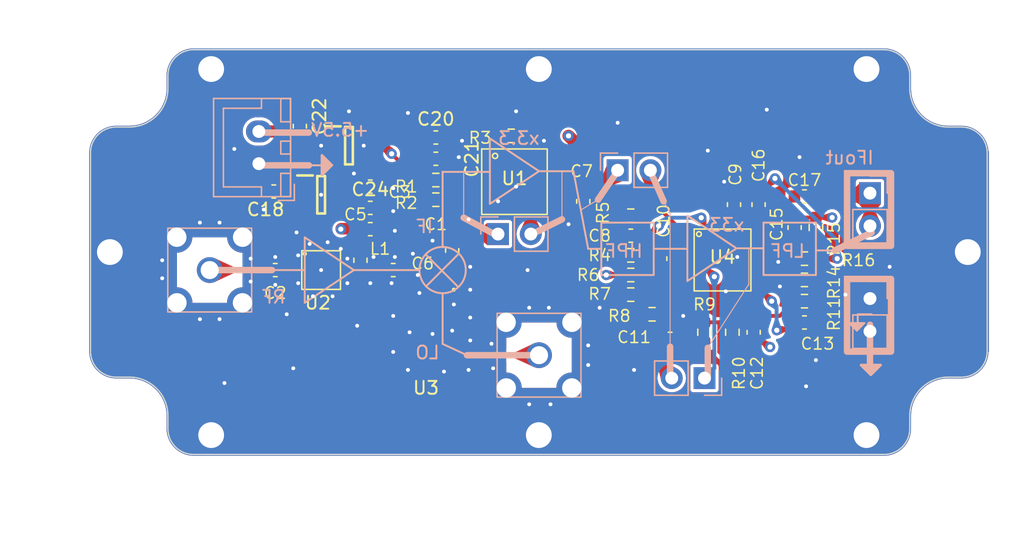
<source format=kicad_pcb>
(kicad_pcb (version 20221018) (generator pcbnew)
  (layers (0 "F.Cu" signal) (1 "In1.Cu" signal) (2 "In2.Cu" signal) (31 "B.Cu" signal) (34 "B.Paste" user) (35 "F.Paste" user) (36 "B.SilkS" user "B.Silkscreen") (37 "F.SilkS" user "F.Silkscreen") (38 "B.Mask" user) (39 "F.Mask" user) (44 "Edge.Cuts" user))
  (net 0 "")
  (net 1 "/RX_singleChannel/IF")
  (net 2 "GND")
  (net 3 "Net-(J1-Pin_1)")
  (net 4 "Net-(J1-Pin_2)")
  (net 5 "Net-(C7-Pad2)")
  (net 6 "Net-(J2-Pin_2)")
  (net 7 "Net-(J3-Pin_1)")
  (net 8 "Net-(J3-Pin_2)")
  (net 9 "Net-(C2-Pad1)")
  (net 10 "Net-(U2-RFin)")
  (net 11 "Net-(C12-Pad1)")
  (net 12 "Net-(C13-Pad1)")
  (net 13 "+5V")
  (net 14 "Net-(R7-Pad1)")
  (net 15 "Net-(J6-Pin_1)")
  (net 16 "Net-(U2-RFout&DCin)")
  (net 17 "Net-(U3-RF)")
  (net 18 "Net-(U4A-in+)")
  (net 19 "Net-(C11-Pad2)")
  (net 20 "+2.5V")
  (net 21 "Net-(U4C-Out)")
  (net 22 "Net-(C15-Pad1)")
  (net 23 "Net-(C16-Pad1)")
  (net 24 "Net-(U4D-Out)")
  (net 25 "Vin")
  (net 28 "Net-(U1-in-)")
  (net 29 "Net-(U3-LO)")
  (footprint "Music_Lab:DC_SOT95P280X145-5N" (layer "F.Cu") (at 135.509 56.388)
    (fp_text reference "IC1" hide)
    (fp_text value "TPS7A2025PDBVR" hide)
  )
  (footprint "Capacitor_SMD:C_0603_1608Metric_revised" (layer "F.Cu") (at 160.401 71.374)
    (fp_text reference "C11")
    (fp_text value "1u" hide)
  )
  (footprint "Capacitor_SMD:C_0603_1608Metric_revised" (layer "F.Cu") (at 138.938 66.04)
    (fp_text reference "C6")
    (fp_text value "22 uF" hide)
  )
  (footprint "Music_Lab:DC_SOT95P280X145-5N" (layer "F.Cu") (at 133.35 60.198)
    (fp_text reference "IC2" hide)
    (fp_text value "TPS7A2050PDBVR" hide)
  )
  (footprint "Resistor_SMD:R_0603_1608Metric_revised" (layer "F.Cu") (at 170.815 66.802)
    (fp_text reference "R14")
    (fp_text value "2.2k" hide)
  )
  (footprint "Resistor_SMD:R_0603_1608Metric_revised" (layer "F.Cu") (at 157.353 66.421 180)
    (fp_text reference "R6")
    (fp_text value "1k" hide)
  )
  (footprint "Capacitor_SMD:C_0603_1608Metric_revised" (layer "F.Cu") (at 137.16 61.214)
    (fp_text reference "C24")
    (fp_text value "1uf")
  )
  (footprint "Resistor_SMD:R_0603_1608Metric_revised" (layer "F.Cu") (at 171.704 62.738 90)
    (fp_text reference "R15")
    (fp_text value "100k" hide)
  )
  (footprint "Capacitor_SMD:C_0603_1608Metric_revised" (layer "F.Cu") (at 170.815 70.104 180)
    (fp_text reference "C13")
    (fp_text value "120p" hide)
  )
  (footprint "Capacitor_SMD:C_0603_1608Metric_revised" (layer "F.Cu") (at 142.24 57.404)
    (fp_text reference "C21")
    (fp_text value "4.7uF")
  )
  (footprint "Capacitor_SMD:C_0603_1608Metric_revised" (layer "F.Cu") (at 143.51 64.516 90)
    (fp_text reference "C1")
    (fp_text value "1u" hide)
  )
  (footprint "Capacitor_SMD:C_0603_1608Metric_revised" (layer "F.Cu") (at 165.354 60.96 90)
    (fp_text reference "C9")
    (fp_text value "2.2u" hide)
  )
  (footprint "Capacitor_SMD:C_0603_1608Metric_revised" (layer "F.Cu") (at 166.878 70.866 -90)
    (fp_text reference "C12")
    (fp_text value "100p" hide)
  )
  (footprint "Capacitor_SMD:C_0603_1608Metric_revised" (layer "F.Cu") (at 153.67 60.706 -90)
    (fp_text reference "C7")
    (fp_text value "200p" hide)
  )
  (footprint "Music_Lab:TL974IPWR" (layer "F.Cu") (at 164.465 65.532)
    (fp_text reference "U4")
    (fp_text value "~")
  )
  (footprint "Resistor_SMD:R_0603_1608Metric_revised" (layer "F.Cu") (at 170.815 65.151 180)
    (fp_text reference "R16")
    (fp_text value "3.9k" hide)
  )
  (footprint "Capacitor_SMD:C_0603_1608Metric_revised" (layer "F.Cu") (at 137.16 62.865)
    (fp_text reference "C5")
    (fp_text value "1 nF" hide)
  )
  (footprint "Resistor_SMD:R_0603_1608Metric_revised" (layer "F.Cu") (at 157.353 61.8236)
    (fp_text reference "R5")
    (fp_text value "7.5k" hide)
  )
  (footprint "Resistor_SMD:R_0603_1608Metric_revised" (layer "F.Cu") (at 148.082 55.626)
    (fp_text reference "R3")
    (fp_text value "3.3k" hide)
  )
  (footprint "Music_Lab:PMA3-63GLN+" (layer "F.Cu") (at 133.35 66.04)
    (fp_text reference "U2")
    (fp_text value "PMA-63GLN+")
  )
  (footprint "Capacitor_SMD:C_0603_1608Metric_revised" (layer "F.Cu") (at 129.68 59.944 180)
    (fp_text reference "C18")
    (fp_text value "1uf")
  )
  (footprint "Capacitor_SMD:C_0603_1608Metric_revised" (layer "F.Cu") (at 157.353 63.373)
    (fp_text reference "C8")
    (fp_text value "110p" hide)
  )
  (footprint "Resistor_SMD:R_0603_1608Metric_revised" (layer "F.Cu") (at 165.227 70.866 -90)
    (fp_text reference "R10")
    (fp_text value "100k" hide)
  )
  (footprint "Capacitor_SMD:C_0603_1608Metric_revised" (layer "F.Cu") (at 167.259 60.96 -90)
    (fp_text reference "C16")
    (fp_text value "750p" hide)
  )
  (footprint "Capacitor_SMD:C_0603_1608Metric_revised" (layer "F.Cu") (at 129.794 66.04)
    (fp_text reference "C2")
    (fp_text value "22 uF" hide)
  )
  (footprint "Resistor_SMD:R_0603_1608Metric_revised" (layer "F.Cu") (at 157.353 67.945 180)
    (fp_text reference "R7")
    (fp_text value "1k" hide)
  )
  (footprint "Resistor_SMD:R_0603_1608Metric_revised" (layer "F.Cu") (at 142.24 60.579 180)
    (fp_text reference "R2")
    (fp_text value "1k" hide)
  )
  (footprint "Capacitor_SMD:C_0603_1608Metric_revised" (layer "F.Cu") (at 142.24 55.753)
    (fp_text reference "C20")
    (fp_text value "1uf")
  )
  (footprint "Capacitor_SMD:C_0603_1608Metric_revised" (layer "F.Cu") (at 159.639 65.151 -90)
    (fp_text reference "C10")
    (fp_text value "1u" hide)
  )
  (footprint "Resistor_SMD:R_0603_1608Metric_revised" (layer "F.Cu") (at 170.815 68.453 180)
    (fp_text reference "R11")
    (fp_text value "8.2k" hide)
  )
  (footprint "Resistor_SMD:R_0603_1608Metric_revised" (layer "F.Cu") (at 163.068 70.866 90)
    (fp_text reference "R9")
    (fp_text value "6.2k" hide)
  )
  (footprint "Music_Lab:OPA1611-SOIC8" (layer "F.Cu") (at 150.261 57.277)
    (fp_text reference "U1")
    (fp_text value "OPA1611_SOIC8")
  )
  (footprint "Inductor_SMD:L_0603_1608Metric_revised" (layer "F.Cu") (at 136.398 65.278 -90)
    (fp_text reference "L1")
    (fp_text value "15 nH" hide)
  )
  (footprint "Music_Lab:SIM73L" (layer "F.Cu") (at 141.732 70.612 180)
    (fp_text reference "U3")
    (fp_text value "~" hide)
  )
  (footprint "Resistor_SMD:R_0603_1608Metric_revised" (layer "F.Cu") (at 142.24 59.055 180)
    (fp_text reference "R1")
    (fp_text value "1k" hide)
  )
  (footprint "Capacitor_SMD:C_0603_1608Metric_revised" (layer "F.Cu") (at 131.699 54.877 90)
    (fp_text reference "C22")
    (fp_text value "1uf")
  )
  (footprint "Music_Lab:Outline_5x2_cavity_20230711" (layer "F.Cu") (at 151.714305 66.630913)
    (fp_text reference "outline1" hide)
    (fp_text value "~" hide)
    (fp_poly (pts (arc (start -36.238879 5.712087) (mid -35.653093 7.126302) (end -34.238879 7.712087)) (arc (start -33.238879 7.712087) (mid -31.117559 8.590768) (end -30.238879 10.712087)) (arc (start -30.238879 11.712087) (mid -29.653093 13.126302) (end -28.238879 13.712087)) (arc (start 25.261121 13.712087) (mid 26.675317 13.126259) (end 27.261121 11.712087)) (arc (start 27.261121 10.712087) (mid 28.139783 8.590725) (end 30.261121 7.712087)) (arc (start 31.261121 7.712087) (mid 32.675317 7.126259) (end 33.261121 5.712087)) (arc (start 33.261121 -9.687913) (mid 32.675342 -11.102137) (end 31.261121 -11.687913)) (arc (start 30.261121 -11.687913) (mid 28.139803 -12.566595) (end 27.261121 -14.687913)) (arc (start 27.261121 -15.687913) (mid 26.675342 -17.102137) (end 25.261121 -17.687913)) (arc (start -28.238879 -17.687913) (mid -29.65311 -17.102168) (end -30.238879 -15.687913)) (arc (start -30.238879 -14.687913) (mid -31.11756 -12.566594) (end -33.238879 -11.687913)) (arc (start -34.238879 -11.687913) (mid -35.65311 -11.102168) (end -36.238879 -9.687913))) (stroke (width 0.1)) (fill none) (layer "Edge.Cuts"))
  )
  (footprint "Capacitor_SMD:C_0603_1608Metric_revised" (layer "F.Cu") (at 137.16 59.563)
    (fp_text reference "C3")
    (fp_text value "4.7 uF" hide)
  )
  (footprint "Capacitor_SMD:C_0603_1608Metric_revised" (layer "F.Cu") (at 170.053 62.738 90)
    (fp_text reference "C15")
    (fp_text value "100p" hide)
  )
  (footprint "Resistor_SMD:R_0603_1608Metric_revised" (layer "F.Cu") (at 159.004 69.469)
    (fp_text reference "R8")
    (fp_text value "33k" hide)
  )
  (footprint "Capacitor_SMD:C_0603_1608Metric_revised" (layer "F.Cu") (at 170.815 60.325)
    (fp_text reference "C17")
    (fp_text value "1u" hide)
  )
  (footprint "Resistor_SMD:R_0603_1608Metric_revised" (layer "F.Cu") (at 157.353 64.897)
    (fp_text reference "R4")
    (fp_text value "16k" hide)
  )
  (footprint "Connector_JST:JST_XH_B2B-XH-A_1x02_P2.50mm_Vertical" (layer "B.Cu") (at 128.524 57.785 90)
    (fp_text reference "J4" hide)
    (fp_text value "Conn_01x02_Pin")
  )
  (footprint "Connector_PinHeader_2.54mm:PinHeader_1x02_P2.54mm_Vertical" (layer "B.Cu") (at 175.895 60.071 180)
    (fp_text reference "J6" hide)
    (fp_text value "Conn_01x02_Pin")
  )
  (footprint "Music_Lab:SMA_KHD" (layer "B.Cu") (at 124.714 66.04 180)
    (fp_text reference "SMA1" hide)
    (fp_text value "~" hide)
  )
  (footprint "Music_Lab:SMA_KHD" (layer "B.Cu") (at 150.241 72.644 180)
    (fp_text reference "SMA2" hide)
    (fp_text value "~" hide)
  )
  (footprint "Connector_PinHeader_2.54mm:PinHeader_1x02_P2.54mm_Vertical" (layer "B.Cu") (at 156.332 58.293 -90)
    (fp_text reference "J2" hide)
    (fp_text value "Conn_01x02" hide)
  )
  (footprint "Connector_PinHeader_2.54mm:PinHeader_1x02_P2.54mm_Vertical" (layer "B.Cu") (at 163.068 74.422 90)
    (fp_text reference "J3" hide)
    (fp_text value "Conn_01x02" hide)
  )
  (footprint "Connector_PinHeader_2.54mm:PinHeader_1x02_P2.54mm_Vertical" (layer "B.Cu") (at 175.895 68.2498 180)
    (fp_text reference "J7" hide)
    (fp_text value "Conn_01x02_Pin")
  )
  (footprint "Connector_PinHeader_2.54mm:PinHeader_1x02_P2.54mm_Vertical" (layer "B.Cu") (at 147.061 63.246 -90)
    (fp_text reference "J1" hide)
    (fp_text value "Conn_01x02" hide)
  )
  (gr_rect (start 167.64 62.357) (end 171.704 66.421) (stroke (width 0.15)) (fill none) (layer "B.SilkS"))
  (gr_poly (pts (xy 161.739385 61.809923) (xy 161.739385 66.889923) (xy 165.549385 64.349923)) (stroke (width 0.15)) (fill none) (layer "B.SilkS"))
  (gr_line (start 155.067 64.389) (end 154.051 64.389) (stroke (width 0.15)) (layer "B.SilkS"))
  (gr_line (start 150.30288 72.644) (end 144.653 72.644) (stroke (width 0.5)) (layer "B.SilkS"))
  (gr_rect (start 174.117 58.5216) (end 177.5252 64.1604) (stroke (width 0.5)) (fill none) (layer "B.SilkS"))
  (gr_line (start 141.478 64.85157) (end 143.93643 67.31) (stroke (width 0.15)) (layer "B.SilkS"))
  (gr_line (start 174.9425 69.469) (end 174.9425 70.358) (stroke (width 0.15)) (layer "B.SilkS"))
  (gr_line (start 141.478 67.31) (end 143.93643 64.85157) (stroke (width 0.15)) (layer "B.SilkS"))
  (gr_line (start 173.1645 64.516) (end 176.022 63.119) (stroke (width 0.5)) (layer "B.SilkS"))
  (gr_circle (center 142.766051 66.04) (end 144.562102 66.04) (stroke (width 0.15)) (fill none) (layer "B.SilkS"))
  (gr_line (start 173.1645 64.516) (end 171.7675 64.516) (stroke (width 0.15)) (layer "B.SilkS"))
  (gr_line (start 158.877 58.3784) (end 159.9005 60.706) (stroke (width 0.5)) (layer "B.SilkS"))
  (gr_poly (pts (xy 146.431 55.827246) (xy 146.431 60.907246) (xy 150.241 58.367246)) (stroke (width 0.15)) (fill none) (layer "B.SilkS"))
  (gr_line (start 175.895 70.2818) (end 175.895 73.279) (stroke (width 0.5)) (layer "B.SilkS"))
  (gr_line (start 129.54 66.04) (end 124.46 66.04) (stroke (width 0.5)) (layer "B.SilkS"))
  (gr_line (start 133.35 57.912) (end 132.461 57.912) (stroke (width 0.15)) (layer "B.SilkS"))
  (gr_line (start 160.401 64.389) (end 160.401 61.595) (stroke (width 0.08)) (layer "B.SilkS"))
  (gr_line (start 144.399 61.976) (end 146.939 63.3384) (stroke (width 0.5)) (layer "B.SilkS"))
  (gr_line (start 167.581385 64.349923) (end 165.650985 64.349923) (stroke (width 0.15)) (layer "B.SilkS"))
  (gr_line (start 152.019 62.103) (end 152.019 58.42) (stroke (width 0.08)) (layer "B.SilkS"))
  (gr_line (start 166.497 67.2084) (end 166.497 64.3636) (stroke (width 0.08)) (layer "B.SilkS"))
  (gr_line (start 161.671 64.389) (end 159.131 64.389) (stroke (width 0.15)) (layer "B.SilkS"))
  (gr_poly (pts (xy 175.1965 73.406) (xy 176.7205 73.406) (xy 175.9585 74.168)) (stroke (width 0.2)) (fill solid) (layer "B.SilkS"))
  (gr_line (start 132.08 66.04) (end 129.54 66.04) (stroke (width 0.15)) (layer "B.SilkS"))
  (gr_line (start 152.908 58.367246) (end 150.241 58.367246) (stroke (width 0.15)) (layer "B.SilkS"))
  (gr_line (start 152.019 62.103) (end 149.606 63.2968) (stroke (width 0.5)) (layer "B.SilkS"))
  (gr_line (start 142.766051 67.963051) (end 142.766051 71.755) (stroke (width 0.15)) (layer "B.SilkS"))
  (gr_line (start 146.431 58.42) (end 142.748 58.42) (stroke (width 0.15)) (layer "B.SilkS"))
  (gr_line (start 163.322 72.0725) (end 163.322 74.2315) (stroke (width 0.5)) (layer "B.SilkS"))
  (gr_line (start 132.3975 55.372) (end 128.9685 55.372) (stroke (width 0.5)) (layer "B.SilkS"))
  (gr_line (start 142.758024 71.765024) (end 144.653 72.644) (stroke (width 0.15)) (layer "B.SilkS"))
  (gr_rect (start 174.117 66.7258) (end 177.5252 72.3646) (stroke (width 0.5)) (fill none) (layer "B.SilkS"))
  (gr_poly (pts (xy 132.08 63.5) (xy 132.08 68.58) (xy 135.89 66.04)) (stroke (width 0.15)) (fill none) (layer "B.SilkS"))
  (gr_line (start 128.7145 57.912) (end 132.3975 57.912) (stroke (width 0.5)) (layer "B.SilkS"))
  (gr_line (start 140.97 66.04) (end 135.89 66.04) (stroke (width 0.15)) (layer "B.SilkS"))
  (gr_line (start 160.401 61.595) (end 159.9005 60.706) (stroke (width 0.08)) (layer "B.SilkS"))
  (gr_line (start 163.322 72.0725) (end 166.497 67.1449) (stroke (width 0.08)) (layer "B.SilkS"))
  (gr_line (start 176.022 69.469) (end 175.006 69.469) (stroke (width 0.15)) (layer "B.SilkS"))
  (gr_line (start 156.337 58.3438) (end 154.813 60.579) (stroke (width 0.5)) (layer "B.SilkS"))
  (gr_poly (pts (xy 133.4135 58.6613) (xy 133.4135 57.1373) (xy 134.1755 57.8993)) (stroke (width 0.2)) (fill solid) (layer "B.SilkS"))
  (gr_rect (start 155.067 62.357) (end 159.131 66.421) (stroke (width 0.15)) (fill none) (layer "B.SilkS"))
  (gr_line (start 154.813 60.579) (end 153.4795 61.378123) (stroke (width 0.08)) (layer "B.SilkS"))
  (gr_line (start 160.401 71.9871) (end 160.401 74.1969) (stroke (width 0.5)) (layer "B.SilkS"))
  (gr_line (start 152.908 58.367246) (end 154.051 64.389) (stroke (width 0.15)) (layer "B.SilkS"))
  (gr_line (start 144.399 61.976) (end 144.399 58.42) (stroke (width 0.08)) (layer "B.SilkS"))
  (gr_line (start 160.401 72.263) (end 160.401 64.389) (stroke (width 0.08)) (layer "B.SilkS"))
  (gr_poly (pts (xy 175.458664 70.150264) (xy 174.290264 70.150264) (xy 174.879 70.739)) (stroke (width 0.15)) (fill solid) (layer "B.SilkS"))
  (gr_line (start 142.766051 58.42) (end 142.766051 64.262) (stroke (width 0.15)) (layer "B.SilkS"))
  (gr_text "LO" (at 142.621 73.025) (layer "B.SilkS") (effects (font (size 1 1)) (justify left bottom mirror)))
  (gr_text "x33" (at 166.243 63.119) (layer "B.SilkS") (effects (font (size 1 1)) (justify left bottom mirror)))
  (gr_text "IFout" (at 176.276 57.912) (layer "B.SilkS") (effects (font (size 1 1)) (justify left bottom mirror)))
  (gr_text "RF" (at 130.683 68.707) (layer "B.SilkS") (effects (font (size 1 1)) (justify left bottom mirror)))
  (gr_text "x3.3" (at 150.368 56.388) (layer "B.SilkS") (effects (font (size 1 1)) (justify left bottom mirror)))
  (gr_text "+5.5V" (at 137.16 55.753) (layer "B.SilkS") (effects (font (size 1 1)) (justify left bottom mirror)))
  (gr_text "IF" (at 142.113 63.246) (layer "B.SilkS") (effects (font (size 1 1)) (justify left bottom mirror)))
  (gr_text "LPF" (at 170.942 65.151) (layer "B.SilkS") (effects (font (size 1 1)) (justify left bottom mirror)))
  (gr_text "HPF" (at 158.369 65.151) (layer "B.SilkS") (effects (font (size 1 1)) (justify left bottom mirror)))
  (segment (start 142.367 66.434) (end 143.51 65.291) (width 0.76) (layer "F.Cu") (net 1))
  (segment (start 142.367 68.567) (end 142.367 66.434) (width 0.76) (layer "F.Cu") (net 1))
  (segment (start 129.119 57.785) (end 129.032 57.872) (width 0.9) (layer "F.Cu") (net 2))
  (via (at 173.99 67.945) (size 0.5) (drill 0.3) (layers "F.Cu" "B.Cu") (net 2))
  (via (at 138.938 61.468) (size 0.5) (drill 0.3) (layers "F.Cu" "B.Cu") (net 2))
  (via (at 144.907 65.786) (size 0.5) (drill 0.3) (layers "F.Cu" "B.Cu") (net 2))
  (via (at 123.952 62.357) (size 0.5) (drill 0.3) (layers "F.Cu" "B.Cu") (net 2))
  (via (at 163.322 56.769) (size 0.5) (drill 0.3) (layers "F.Cu" "B.Cu") (net 2))
  (via (at 136.652 56.388) (size 0.5) (drill 0.3) (layers "F.Cu" "B.Cu") (net 2))
  (via (at 164.719 67.691) (size 0.5) (drill 0.3) (layers "F.Cu" "B.Cu") (net 2))
  (via (at 141.986 70.993) (size 0.5) (drill 0.3) (layers "F.Cu" "B.Cu") (net 2))
  (via (at 143.637 68.707) (size 0.5) (drill 0.3) (layers "F.Cu" "B.Cu") (net 2))
  (via (at 140.843 66.421) (size 0.5) (drill 0.3) (layers "F.Cu" "B.Cu") (net 2))
  (via (at 154.051 73.406) (size 0.5) (drill 0.3) (layers "F.Cu" "B.Cu") (net 2))
  (via (at 139.065 62.992) (size 0.5) (drill 0.3) (layers "F.Cu" "B.Cu") (net 2))
  (via (at 149.479 68.961) (size 0.5) (drill 0.3) (layers "F.Cu" "B.Cu") (net 2))
  (via (at 134.239 68.072) (size 0.5) (drill 0.3) (layers "F.Cu" "B.Cu") (net 2))
  (via (at 130.683 69.469) (size 0.5) (drill 0.3) (layers "F.Cu" "B.Cu") (net 2))
  (via (at 138.811 67.056) (size 0.5) (drill 0.3) (layers "F.Cu" "B.Cu") (net 2))
  (via (at 152.527 62.484) (size 0.5) (drill 0.3) (layers "F.Cu" "B.Cu") (net 2))
  (via (at 121.031 65.278) (size 0.5) (drill 0.3) (layers "F.Cu" "B.Cu") (net 2))
  (via (at 125.857 74.803) (size 0.5) (drill 0.3) (layers "F.Cu" "B.Cu") (net 2))
  (via (at 151.13 76.454) (size 0.5) (drill 0.3) (layers "F.Cu" "B.Cu") (net 2))
  (via (at 140.081 53.848) (size 0.5) (drill 0.3) (layers "F.Cu" "B.Cu") (net 2))
  (via (at 132.461 64.008) (size 0.5) (drill 0.3) (layers "F.Cu" "B.Cu") (net 2))
  (via (at 165.608 65.024) (size 0.5) (drill 0.3) (layers "F.Cu" "B.Cu") (net 2))
  (via (at 161.417 69.596) (size 0.5) (drill 0.3) (layers "F.Cu" "B.Cu") (net 2))
  (via (at 144.907 71.501) (size 0.5) (drill 0.3) (layers "F.Cu" "B.Cu") (net 2))
  (via (at 128.905 61.341) (size 0.5) (drill 0.3) (layers "F.Cu" "B.Cu") (net 2))
  (via (at 140.208 70.866) (size 0.5) (drill 0.3) (layers "F.Cu" "B.Cu") (net 2))
  (via (at 171.704 73.025) (size 0.5) (drill 0.3) (layers "F.Cu" "B.Cu") (net 2))
  (via (at 168.783 65.405) (size 0.5) (drill 0.3) (layers "F.Cu" "B.Cu") (net 2))
  (via (at 141.986 63.754) (size 0.5) (drill 0.3) (layers "F.Cu" "B.Cu") (net 2))
  (via (at 144.272 56.007) (size 0.5) (drill 0.3) (layers "F.Cu" "B.Cu") (net 2))
  (via (at 138.938 72.39) (size 0.5) (drill 0.3) (layers "F.Cu" "B.Cu") (net 2))
  (via (at 135.89 58.547) (size 0.5) (drill 0.3) (layers "F.Cu" "B.Cu") (net 2))
  (via (at 135.382 67.056) (size 0.5) (drill 0.3) (layers "F.Cu" "B.Cu") (net 2))
  (via (at 149.479 76.454) (size 0.5) (drill 0.3) (layers "F.Cu" "B.Cu") (net 2))
  (via (at 167.894 53.594) (size 0.5) (drill 0.3) (layers "F.Cu" "B.Cu") (net 2))
  (via (at 170.942 75.057) (size 0.5) (drill 0.3) (layers "F.Cu" "B.Cu") (net 2))
  (via (at 177.419 65.786) (size 0.5) (drill 0.3) (layers "F.Cu" "B.Cu") (net 2))
  (via (at 146.558 71.755) (size 0.5) (drill 0.3) (layers "F.Cu" "B.Cu") (net 2))
  (via (at 156.337 54.61) (size 0.5) (drill 0.3) (layers "F.Cu" "B.Cu") (net 2))
  (via (at 147.066 60.706) (size 0.5) (drill 0.3) (layers "F.Cu" "B.Cu") (net 2))
  (via (at 164.592 59.182) (size 0.5) (drill 0.3) (layers "F.Cu" "B.Cu") (net 2))
  (via (at 137.16 67.056) (size 0.5) (drill 0.3) (layers "F.Cu" "B.Cu") (net 2))
  (via (at 125.476 62.357) (size 0.5) (drill 0.3) (layers "F.Cu" "B.Cu") (net 2))
  (via (at 127.889 66.929) (size 0.5) (drill 0.3) (layers "F.Cu" "B.Cu") (net 2))
  (via (at 138.938 69.596) (size 0.5) (drill 0.3) (layers "F.Cu" "B.Cu") (net 2))
  (via (at 143.51 70.739) (size 0.5) (drill 0.3) (layers "F.Cu" "B.Cu") (net 2))
  (via (at 133.35 60.198) (size 0.5) (drill 0.3) (layers "F.Cu" "B.Cu") (net 2))
  (via (at 154.94 68.961) (size 0.5) (drill 0.3) (layers "F.Cu" "B.Cu") (net 2))
  (via (at 134.874 64.389) (size 0.5) (drill 0.3) (layers "F.Cu" "B.Cu") (net 2))
  (via (at 144.78 62.103) (size 0.5) (drill 0.3) (layers "F.Cu" "B.Cu") (net 2))
  (via (at 131.445 63.119) (size 0.5) (drill 0.3) (layers "F.Cu" "B.Cu") (net 2))
  (via (at 144.018 57.277) (size 0.5) (drill 0.3) (layers "F.Cu" "B.Cu") (net 2))
  (via (at 126.619 56.642) (size 0.5) (drill 0.3) (layers "F.Cu" "B.Cu") (net 2))
  (via (at 140.081 73.787) (size 0.5) (drill 0.3) (layers "F.Cu" "B.Cu") (net 2))
  (via (at 133.858 63.881) (size 0.5) (drill 0.3) (layers "F.Cu" "B.Cu") (net 2))
  (via (at 144.907 67.564) (size 0.5) (drill 0.3) (layers "F.Cu" "B.Cu") (net 2))
  (via (at 137.414 65.024) (size 0.5) (drill 0.3) (layers "F.Cu" "B.Cu") (net 2))
  (via (at 148.463 53.721) (size 0.5) (drill 0.3) (layers "F.Cu" "B.Cu") (net 2))
  (via (at 129.794 65.024) (size 0.5) (drill 0.3) (layers "F.Cu" "B.Cu") (net 2))
  (via (at 148.463 59.563) (size 0.5) (drill 0.3) (layers "F.Cu" "B.Cu") (net 2))
  (via (at 133.35 66.04) (size 0.5) (drill 0.3) (layers "F.Cu" "B.Cu") (net 2))
  (via (at 144.907 69.723) (size 0.5) (drill 0.3) (layers "F.Cu" "B.Cu") (net 2))
  (via (at 146.685 73.66) (size 0.5) (drill 0.3) (layers "F.Cu" "B.Cu") (net 2))
  (via (at 131.191 73.66) (size 0.5) (drill 0.3) (layers "F.Cu" "B.Cu") (net 2))
  (via (at 131.572 64.897) (size 0.5) (drill 0.3) (layers "F.Cu" "B.Cu") (net 2))
  (via (at 125.476 69.85) (size 0.5) (drill 0.3) (layers "F.Cu" "B.Cu") (net 2))
  (via (at 168.91 67.31) (size 0.5) (drill 0.3) (layers "F.Cu" "B.Cu") (net 2))
  (via (at 142.875 73.914) (size 0.5) (drill 0.3) (layers "F.Cu" "B.Cu") (net 2))
  (via (at 129.794 67.183) (size 0.5) (drill 0.3) (layers "F.Cu" "B.Cu") (net 2))
  (via (at 123.952 69.85) (size 0.5) (drill 0.3) (layers "F.Cu" "B.Cu") (net 2))
  (via (at 154.051 71.882) (size 0.5) (drill 0.3) (layers "F.Cu" "B.Cu") (net 2))
  (via (at 150.622 56.007) (size 0.5) (drill 0.3) (layers "F.Cu" "B.Cu") (net 2))
  (via (at 144.78 73.787) (size 0.5) (drill 0.3) (layers "F.Cu" "B.Cu") (net 2))
  (via (at 138.938 59.69) (size 0.5) (drill 0.3) (layers "F.Cu" "B.Cu") (net 2))
  (via (at 127.889 65.151) (size 0.5) (drill 0.3) (layers "F.Cu" "B.Cu") (net 2))
  (via (at 133.35 56.388) (size 0.5) (drill 0.3) (layers "F.Cu" "B.Cu") (net 2))
  (via (at 131.572 67.056) (size 0.5) (drill 0.3) (layers "F.Cu" "B.Cu") (net 2))
  (via (at 170.434 57.277) (size 0.5) (drill 0.3) (layers "F.Cu" "B.Cu") (net 2))
  (via (at 135.509 53.721) (size 0.5) (drill 0.3) (layers "F.Cu" "B.Cu") (net 2))
  (via (at 121.031 66.675) (size 0.5) (drill 0.3) (layers "F.Cu" "B.Cu") (net 2))
  (via (at 140.97 67.818) (size 0.5) (drill 0.3) (layers "F.Cu" "B.Cu") (net 2))
  (via (at 136.144 70.358) (size 0.5) (drill 0.3) (layers "F.Cu" "B.Cu") (net 2))
  (via (at 149.352 66.04) (size 0.5) (drill 0.3) (layers "F.Cu" "B.Cu") (net 2))
  (via (at 132.715 68.072) (size 0.5) (drill 0.3) (layers "F.Cu" "B.Cu") (net 2))
  (via (at 157.607 73.787) (size 0.5) (drill 0.3) (layers "F.Cu" "B.Cu") (net 2))
  (via (at 151.003 68.961) (size 0.5) (drill 0.3) (layers "F.Cu" "B.Cu") (net 2))
  (via (at 135.382 65.151) (size 0.5) (drill 0.3) (layers "F.Cu" "B.Cu") (net 2))
  (via (at 140.462 64.77) (size 0.5) (drill 0.3) (layers "F.Cu" "B.Cu") (net 2))
  (via (at 139.065 65.024) (size 0.5) (drill 0.3) (layers "F.Cu" "B.Cu") (net 2))
  (segment (start 143.777 59.817) (end 143.015 60.579) (width 0.3) (layer "F.Cu") (net 3))
  (segment (start 143.51 63.741) (end 143.51 61.074) (width 0.3) (layer "F.Cu") (net 3))
  (segment (start 143.51 63.741) (end 144.005 63.246) (width 0.3) (layer "F.Cu") (net 3))
  (segment (start 144.005 63.246) (end 147.061 63.246) (width 0.3) (layer "F.Cu") (net 3))
  (segment (start 143.51 61.074) (end 143.015 60.579) (width 0.3) (layer "F.Cu") (net 3))
  (segment (start 145.636 59.817) (end 143.777 59.817) (width 0.3) (layer "F.Cu") (net 3))
  (segment (start 150.114 59.69) (end 150.241 59.69) (width 0.3) (layer "F.Cu") (net 4))
  (segment (start 151.036 59.817) (end 153.556 59.817) (width 0.3) (layer "F.Cu") (net 4))
  (segment (start 154.694 59.931) (end 156.332 58.293) (width 0.3) (layer "F.Cu") (net 4))
  (segment (start 153.67 59.931) (end 154.694 59.931) (width 0.3) (layer "F.Cu") (net 4))
  (segment (start 149.601 63.246) (end 149.601 60.177) (width 0.3) (layer "F.Cu") (net 4))
  (segment (start 148.857 55.626) (end 148.857 58.433) (width 0.3) (layer "F.Cu") (net 4))
  (segment (start 148.857 58.433) (end 150.114 59.69) (width 0.3) (layer "F.Cu") (net 4))
  (segment (start 149.601 60.177) (end 149.961 59.817) (width 0.3) (layer "F.Cu") (net 4))
  (segment (start 153.556 59.817) (end 153.67 59.931) (width 0.3) (layer "F.Cu") (net 4))
  (segment (start 149.961 59.817) (end 151.036 59.817) (width 0.3) (layer "F.Cu") (net 4))
  (segment (start 156.578 63.373) (end 156.578 61.8236) (width 0.3) (layer "F.Cu") (net 5))
  (segment (start 153.67 61.481) (end 156.2354 61.481) (width 0.3) (layer "F.Cu") (net 5))
  (segment (start 156.2354 61.481) (end 156.578 61.8236) (width 0.3) (layer "F.Cu") (net 5))
  (segment (start 161.565 63.907) (end 161.565 63.257) (width 0.3) (layer "F.Cu") (net 6))
  (segment (start 159.639 64.376) (end 160.108 63.907) (width 0.3) (layer "F.Cu") (net 6))
  (segment (start 161.565 63.257) (end 159.3876 61.0796) (width 0.3) (layer "F.Cu") (net 6))
  (segment (start 158.872 61.0796) (end 158.128 61.8236) (width 0.3) (layer "F.Cu") (net 6))
  (segment (start 158.872 58.293) (end 158.872 61.0796) (width 0.3) (layer "F.Cu") (net 6))
  (segment (start 160.108 63.907) (end 161.565 63.907) (width 0.3) (layer "F.Cu") (net 6))
  (segment (start 159.3876 61.0796) (end 158.872 61.0796) (width 0.3) (layer "F.Cu") (net 6))
  (segment (start 159.144 66.421) (end 159.639 65.926) (width 0.3) (layer "F.Cu") (net 7))
  (segment (start 159.639 65.926) (end 161.496 65.926) (width 0.3) (layer "F.Cu") (net 7))
  (segment (start 163.139 65.857) (end 163.83 66.548) (width 0.3) (layer "F.Cu") (net 7))
  (segment (start 161.565 65.857) (end 163.139 65.857) (width 0.3) (layer "F.Cu") (net 7))
  (segment (start 158.128 66.421) (end 159.144 66.421) (width 0.3) (layer "F.Cu") (net 7))
  (segment (start 161.496 65.926) (end 161.565 65.857) (width 0.3) (layer "F.Cu") (net 7))
  (via (at 163.83 66.548) (size 0.8) (drill 0.4) (layers "F.Cu" "B.Cu") (net 7))
  (segment (start 163.83 73.66) (end 163.068 74.422) (width 0.3) (layer "B.Cu") (net 7))
  (segment (start 163.83 66.548) (end 163.83 73.66) (width 0.3) (layer "B.Cu") (net 7))
  (segment (start 159.779 71.221) (end 159.626 71.374) (width 0.3) (layer "F.Cu") (net 8))
  (segment (start 161.565 67.683) (end 159.779 69.469) (width 0.3) (layer "F.Cu") (net 8))
  (segment (start 160.528 74.422) (end 159.639 73.533) (width 0.6) (layer "F.Cu") (net 8))
  (segment (start 159.639 71.387) (end 159.626 71.374) (width 0.6) (layer "F.Cu") (net 8))
  (segment (start 159.779 69.469) (end 159.779 71.221) (width 0.3) (layer "F.Cu") (net 8))
  (segment (start 159.639 73.533) (end 159.639 71.387) (width 0.6) (layer "F.Cu") (net 8))
  (segment (start 161.565 67.157) (end 161.565 67.683) (width 0.3) (layer "F.Cu") (net 8))
  (segment (start 124.714 66.04) (end 129.019 66.04) (width 0.35) (layer "F.Cu") (net 9))
  (segment (start 131.445 66.04) (end 131.995 66.04) (width 0.25) (layer "F.Cu") (net 10))
  (segment (start 130.569 66.04) (end 131.445 66.04) (width 0.35) (layer "F.Cu") (net 10))
  (segment (start 166.878 69.977) (end 165.608 68.707) (width 0.3) (layer "F.Cu") (net 11))
  (segment (start 166.878 70.091) (end 167.373 69.596) (width 0.3) (layer "F.Cu") (net 11))
  (segment (start 165.608 68.707) (end 165.608 66.589) (width 0.3) (layer "F.Cu") (net 11))
  (segment (start 167.373 69.596) (end 168.897 69.596) (width 0.3) (layer "F.Cu") (net 11))
  (segment (start 166.34 65.857) (end 167.365 65.857) (width 0.3) (layer "F.Cu") (net 11))
  (segment (start 168.897 69.596) (end 170.04 68.453) (width 0.3) (layer "F.Cu") (net 11))
  (segment (start 166.878 70.091) (end 166.878 69.977) (width 0.3) (layer "F.Cu") (net 11))
  (segment (start 165.608 66.589) (end 166.34 65.857) (width 0.3) (layer "F.Cu") (net 11))
  (segment (start 164.211 72.39) (end 164.211 70.091) (width 0.3) (layer "F.Cu") (net 12))
  (segment (start 171.59 70.104) (end 171.59 71.234) (width 0.3) (layer "F.Cu") (net 12))
  (segment (start 169.672 73.152) (end 164.973 73.152) (width 0.3) (layer "F.Cu") (net 12))
  (segment (start 171.59 71.234) (end 169.672 73.152) (width 0.3) (layer "F.Cu") (net 12))
  (segment (start 164.973 73.152) (end 164.211 72.39) (width 0.3) (layer "F.Cu") (net 12))
  (segment (start 164.211 70.091) (end 165.227 70.091) (width 0.3) (layer "F.Cu") (net 12))
  (segment (start 171.59 70.104) (end 171.59 68.453) (width 0.3) (layer "F.Cu") (net 12))
  (segment (start 163.068 70.091) (end 164.211 70.091) (width 0.3) (layer "F.Cu") (net 12))
  (segment (start 165.354 61.735) (end 165.354 62.865) (width 0.3) (layer "F.Cu") (net 13))
  (segment (start 159.499 55.88) (end 165.354 61.735) (width 0.6) (layer "F.Cu") (net 13))
  (segment (start 136.395 61.26) (end 136.395 59.69) (width 0.25) (layer "F.Cu") (net 13))
  (segment (start 155.118 55.88) (end 159.499 55.88) (width 0.6) (layer "F.Cu") (net 13))
  (segment (start 136.395 59.69) (end 135.953 59.248) (width 0.25) (layer "F.Cu") (net 13))
  (segment (start 135.953 59.248) (end 134.6 59.248) (width 0.25) (layer "F.Cu") (net 13))
  (segment (start 152.527 55.626) (end 153.67 56.769) (width 0.95) (layer "F.Cu") (net 13))
  (segment (start 165.354 62.865) (end 163.012 65.207) (width 0.3) (layer "F.Cu") (net 13))
  (segment (start 163.012 65.207) (end 161.565 65.207) (width 0.3) (layer "F.Cu") (net 13))
  (segment (start 151.511 58.547) (end 152.451 58.547) (width 0.6) (layer "F.Cu") (net 13))
  (segment (start 136.395 62.83) (end 134.909 62.83) (width 0.9) (layer "F.Cu") (net 13))
  (segment (start 151.036 58.547) (end 151.511 58.547) (width 0.3) (layer "F.Cu") (net 13))
  (segment (start 136.398 64.503) (end 136.398 62.833) (width 0.25) (layer "F.Cu") (net 13))
  (segment (start 136.395 62.83) (end 136.395 61.26) (width 0.25) (layer "F.Cu") (net 13))
  (segment (start 134.909 62.83) (end 134.874 62.865) (width 0.6) (layer "F.Cu") (net 13))
  (segment (start 152.451 58.547) (end 155.118 55.88) (width 0.6) (layer "F.Cu") (net 13))
  (segment (start 136.398 62.833) (end 136.395 62.83) (width 0.25) (layer "F.Cu") (net 13))
  (via (at 134.874 62.865) (size 0.8) (drill 0.4) (layers "F.Cu" "B.Cu") (net 13))
  (via (at 152.527 55.626) (size 0.8) (drill 0.4) (layers "F.Cu" "B.Cu") (net 13))
  (segment (start 158.229 68.046) (end 158.128 67.945) (width 0.3) (layer "F.Cu") (net 14))
  (segment (start 159.102 67.945) (end 158.128 67.945) (width 0.3) (layer "F.Cu") (net 14))
  (segment (start 158.229 69.469) (end 158.229 68.046) (width 0.3) (layer "F.Cu") (net 14))
  (segment (start 161.565 66.507) (end 160.54 66.507) (width 0.3) (layer "F.Cu") (net 14))
  (segment (start 160.54 66.507) (end 159.102 67.945) (width 0.3) (layer "F.Cu") (net 14))
  (segment (start 175.641 60.325) (end 175.895 60.071) (width 0.3) (layer "F.Cu") (net 15))
  (segment (start 171.59 60.325) (end 175.641 60.325) (width 0.3) (layer "F.Cu") (net 15))
  (segment (start 175.895 60.071) (end 175.895 62.611) (width 0.3) (layer "F.Cu") (net 15))
  (segment (start 136.398 66.053) (end 138.15 66.053) (width 0.35) (layer "F.Cu") (net 16))
  (segment (start 135.382 66.04) (end 136.385 66.04) (width 0.35) (layer "F.Cu") (net 16))
  (segment (start 136.385 66.04) (end 136.398 66.053) (width 0.35) (layer "F.Cu") (net 16))
  (segment (start 138.15 66.053) (end 138.163 66.04) (width 0.35) (layer "F.Cu") (net 16))
  (segment (start 134.705 66.04) (end 135.382 66.04) (width 0.25) (layer "F.Cu") (net 16))
  (segment (start 139.713 66.04) (end 139.713 68.453) (width 0.35) (layer "F.Cu") (net 17))
  (segment (start 139.713 68.453) (end 139.827 68.567) (width 0.35) (layer "F.Cu") (net 17))
  (segment (start 158.128 64.897) (end 158.128 63.373) (width 0.3) (layer "F.Cu") (net 18))
  (segment (start 163.068 64.1985) (end 162.7095 64.557) (width 0.3) (layer "F.Cu") (net 18))
  (segment (start 158.128 63.373) (end 158.75 63.373) (width 0.3) (layer "F.Cu") (net 18))
  (segment (start 163.068 62.23) (end 163.068 64.1985) (width 0.3) (layer "F.Cu") (net 18))
  (segment (start 158.75 63.373) (end 159.512 62.611) (width 0.3) (layer "F.Cu") (net 18))
  (segment (start 162.7095 64.557) (end 161.565 64.557) (width 0.3) (layer "F.Cu") (net 18))
  (segment (start 162.814 61.976) (end 163.068 62.23) (width 0.3) (layer "F.Cu") (net 18))
  (via (at 162.814 61.976) (size 0.8) (drill 0.4) (layers "F.Cu" "B.Cu") (net 18))
  (via (at 159.512 62.611) (size 0.8) (drill 0.4) (layers "F.Cu" "B.Cu") (net 18))
  (segment (start 159.512 62.611) (end 160.147 61.976) (width 0.3) (layer "B.Cu") (net 18))
  (segment (start 160.147 61.976) (end 162.814 61.976) (width 0.3) (layer "B.Cu") (net 18))
  (segment (start 161.176 71.374) (end 162.801 71.374) (width 0.3) (layer "F.Cu") (net 19))
  (segment (start 166.878 71.641) (end 165.227 71.641) (width 0.3) (layer "F.Cu") (net 20))
  (segment (start 156.578 66.421) (end 155.448 66.421) (width 0.3) (layer "F.Cu") (net 20))
  (segment (start 141.465 59.055) (end 141.465 57.531) (width 0.3) (layer "F.Cu") (net 20))
  (segment (start 141.465 60.579) (end 141.465 59.055) (width 0.3) (layer "F.Cu") (net 20))
  (segment (start 139.967 58.166) (end 140.83 58.166) (width 0.3) (layer "F.Cu") (net 20))
  (segment (start 168.148 72.009) (end 167.78 71.641) (width 0.3) (layer "F.Cu") (net 20))
  (segment (start 137.239 55.438) (end 136.759 55.438) (width 0.3) (layer "F.Cu") (net 20))
  (segment (start 141.465 57.531) (end 141.465 56.007) (width 0.3) (layer "F.Cu") (net 20))
  (segment (start 170.053 61.963) (end 171.704 61.963) (width 0.3) (layer "F.Cu") (net 20))
  (segment (start 156.578 64.897) (end 156.578 66.421) (width 0.3) (layer "F.Cu") (net 20))
  (segment (start 171.704 61.963) (end 172.961 61.963) (width 0.3) (layer "F.Cu") (net 20))
  (segment (start 140.83 58.166) (end 141.465 57.531) (width 0.3) (layer "F.Cu") (net 20))
  (segment (start 139.967 58.166) (end 137.239 55.438) (width 0.3) (layer "F.Cu") (net 20))
  (segment (start 167.78 71.641) (end 166.878 71.641) (width 0.3) (layer "F.Cu") (net 20))
  (segment (start 156.578 66.421) (end 156.578 67.945) (width 0.3) (layer "F.Cu") (net 20))
  (segment (start 138.8175 57.0165) (end 137.239 55.438) (width 0.6) (layer "F.Cu") (net 20))
  (via (at 155.448 66.421) (size 0.8) (drill 0.4) (layers "F.Cu" "B.Cu") (net 20))
  (via (at 168.148 72.009) (size 0.8) (drill 0.4) (layers "F.Cu" "B.Cu") (net 20))
  (via (at 138.8175 57.0165) (size 0.8) (drill 0.4) (layers "F.Cu" "B.Cu") (net 20))
  (via (at 172.961 61.963) (size 0.8) (drill 0.4) (layers "F.Cu" "B.Cu") (net 20))
  (segment (start 167.365 66.507) (end 169.745 66.507) (width 0.3) (layer "F.Cu") (net 21))
  (segment (start 167.365 67.543) (end 168.148 68.326) (width 0.3) (layer "F.Cu") (net 21))
  (segment (start 170.04 70.104) (end 169.532 70.612) (width 0.3) (layer "F.Cu") (net 21))
  (segment (start 169.745 66.507) (end 170.04 66.802) (width 0.3) (layer "F.Cu") (net 21))
  (segment (start 168.766036 70.612) (end 168.668723 70.709313) (width 0.3) (layer "F.Cu") (net 21))
  (segment (start 167.365 66.507) (end 167.365 67.157) (width 0.3) (layer "F.Cu") (net 21))
  (segment (start 168.148 68.326) (end 168.275 68.453) (width 0.3) (layer "F.Cu") (net 21))
  (segment (start 167.365 67.157) (end 167.365 67.543) (width 0.3) (layer "F.Cu") (net 21))
  (segment (start 169.532 70.612) (end 168.766036 70.612) (width 0.3) (layer "F.Cu") (net 21))
  (via (at 168.668723 70.709313) (size 0.8) (drill 0.4) (layers "F.Cu" "B.Cu") (net 21))
  (via (at 168.275 68.453) (size 0.8) (drill 0.4) (layers "F.Cu" "B.Cu") (net 21))
  (segment (start 168.656 68.834) (end 168.656 70.722036) (width 0.3) (layer "B.Cu") (net 21))
  (segment (start 168.275 68.453) (end 168.656 68.834) (width 0.3) (layer "B.Cu") (net 21))
  (segment (start 168.656 70.722036) (end 168.668723 70.709313) (width 0.3) (layer "B.Cu") (net 21))
  (segment (start 170.053 63.513) (end 170.053 65.138) (width 0.3) (layer "F.Cu") (net 22))
  (segment (start 169.446 64.557) (end 167.365 64.557) (width 0.3) (layer "F.Cu") (net 22))
  (segment (start 170.053 65.138) (end 170.04 65.151) (width 0.3) (layer "F.Cu") (net 22))
  (segment (start 170.04 65.151) (end 169.446 64.557) (width 0.3) (layer "F.Cu") (net 22))
  (segment (start 171.59 66.802) (end 171.59 65.151) (width 0.3) (layer "F.Cu") (net 23))
  (segment (start 167.259 60.185) (end 167.272 60.185) (width 0.3) (layer "F.Cu") (net 23))
  (segment (start 171.59 65.151) (end 171.59 63.627) (width 0.3) (layer "F.Cu") (net 23))
  (segment (start 171.59 63.627) (end 171.704 63.513) (width 0.3) (layer "F.Cu") (net 23))
  (segment (start 167.272 60.185) (end 168.529 58.928) (width 0.3) (layer "F.Cu") (net 23))
  (segment (start 173.355 65.151) (end 171.59 65.151) (width 0.3) (layer "F.Cu") (net 23))
  (via (at 173.355 65.151) (size 0.8) (drill 0.4) (layers "F.Cu" "B.Cu") (net 23))
  (via (at 168.529 58.928) (size 0.8) (drill 0.4) (layers "F.Cu" "B.Cu") (net 23))
  (segment (start 173.355 63.754) (end 173.355 65.151) (width 0.3) (layer "B.Cu") (net 23))
  (segment (start 168.529 58.928) (end 173.355 63.754) (width 0.3) (layer "B.Cu") (net 23))
  (segment (start 167.259 61.735) (end 168.63 61.735) (width 0.3) (layer "F.Cu") (net 24))
  (segment (start 167.259 63.151) (end 167.365 63.257) (width 0.3) (layer "F.Cu") (net 24))
  (segment (start 167.259 61.735) (end 167.259 63.151) (width 0.3) (layer "F.Cu") (net 24))
  (segment (start 168.63 61.735) (end 170.04 60.325) (width 0.3) (layer "F.Cu") (net 24))
  (segment (start 167.365 63.257) (end 167.365 63.907) (width 0.3) (layer "F.Cu") (net 24))
  (segment (start 131 60.948) (end 131 59.341) (width 0.6) (layer "F.Cu") (net 25))
  (segment (start 132.08 56.134) (end 132.6 55.614) (width 0.9) (layer "F.Cu") (net 25))
  (segment (start 134.259 55.438) (end 132.776 55.438) (width 0.6) (layer "F.Cu") (net 25))
  (segment (start 131.093 59.248) (end 132.1 59.248) (width 0.6) (layer "F.Cu") (net 25))
  (segment (start 131.699 56.515) (end 131.699 57.338) (width 0.9) (layer "F.Cu") (net 25))
  (segment (start 131.699 55.753) (end 132.08 56.134) (width 0.9) (layer "F.Cu") (net 25))
  (segment (start 131 59.341) (end 131.093 59.248) (width 0.6) (layer "F.Cu") (net 25))
  (segment (start 132.6 55.614) (end 131.699 56.515) (width 0.6) (layer "F.Cu") (net 25))
  (segment (start 131.064 55.875) (end 131.186 55.753) (width 0.6) (layer "F.Cu") (net 25))
  (segment (start 131.064 55.875) (end 130.474 55.285) (width 0.95) (layer "F.Cu") (net 25))
  (segment (start 131.064 61.012) (end 131 60.948) (width 0.6) (layer "F.Cu") (net 25))
  (segment (start 130.474 55.285) (end 128.524 55.285) (width 0.95) (layer "F.Cu") (net 25))
  (segment (start 132.776 55.438) (end 132.6 55.614) (width 0.6) (layer "F.Cu") (net 25))
  (segment (start 131.699 57.338) (end 134.259 57.338) (width 0.6) (layer "F.Cu") (net 25))
  (segment (start 131.186 55.753) (end 131.699 55.753) (width 0.6) (layer "F.Cu") (net 25))
  (segment (start 131.064 57.785) (end 131.064 55.875) (width 0.95) (layer "F.Cu") (net 25))
  (segment (start 131.093 57.814) (end 131.064 57.785) (width 0.6) (layer "F.Cu") (net 25))
  (segment (start 132.1 61.148) (end 131.2 61.148) (width 0.6) (layer "F.Cu") (net 25))
  (segment (start 131.093 59.248) (end 131.093 57.814) (width 0.6) (layer "F.Cu") (net 25))
  (segment (start 143.523 58.547) (end 143.015 59.055) (width 0.3) (layer "F.Cu") (net 28))
  (segment (start 145.636 58.547) (end 143.523 58.547) (width 0.3) (layer "F.Cu") (net 28))
  (segment (start 147.307 57.351) (end 147.307 55.626) (width 0.3) (layer "F.Cu") (net 28))
  (segment (start 145.636 58.547) (end 146.111 58.547) (width 0.3) (layer "F.Cu") (net 28))
  (segment (start 146.111 58.547) (end 147.307 57.351) (width 0.3) (layer "F.Cu") (net 28))
  (segment (start 150.228 72.657) (end 150.241 72.644) (width 0.35) (layer "F.Cu") (net 29))
  (segment (start 143.637 72.657) (end 150.228 72.657) (width 0.35) (layer "F.Cu") (net 29))
  (zone (net 2) (net_name "GND") (layers "F.Cu" "In1.Cu" "B.Cu") (priority 2) (connect_pads yes (clearance 0.25)) (min_thickness 0.25) (fill yes (thermal_gap 0.5) (thermal_bridge_width 0.5) (smoothing chamfer))
    (polygon (pts (xy 111.252 45.085) (xy 110.363 85.725) (xy 187.198 84.709) (xy 187.706 45.466)))
  )
)
</source>
